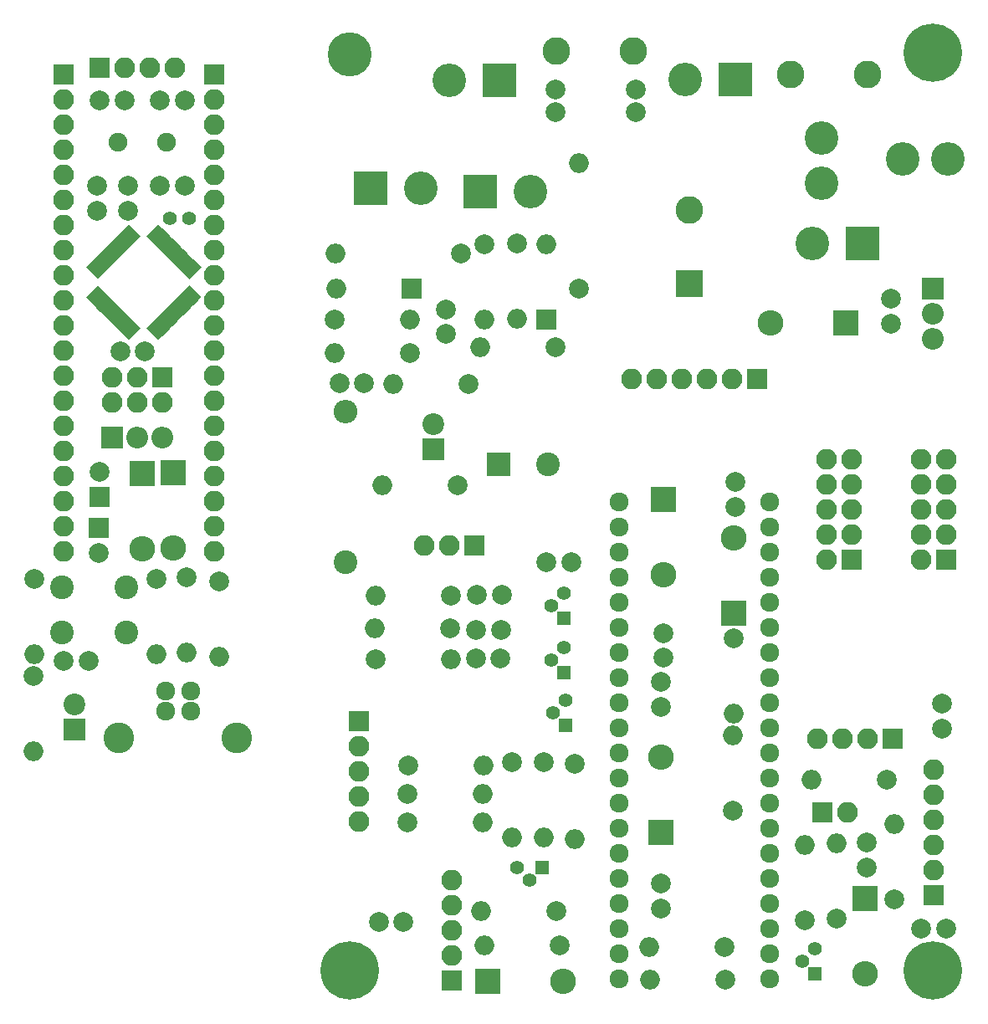
<source format=gbr>
G04 #@! TF.FileFunction,Soldermask,Top*
%FSLAX46Y46*%
G04 Gerber Fmt 4.6, Leading zero omitted, Abs format (unit mm)*
G04 Created by KiCad (PCBNEW 4.0.7) date 09/22/18 14:56:15*
%MOMM*%
%LPD*%
G01*
G04 APERTURE LIST*
%ADD10C,0.100000*%
%ADD11C,2.000000*%
%ADD12O,2.000000X2.000000*%
%ADD13C,1.924000*%
%ADD14R,2.800000X2.800000*%
%ADD15C,2.800000*%
%ADD16C,1.400000*%
%ADD17R,1.400000X1.400000*%
%ADD18R,3.400000X3.400000*%
%ADD19C,3.400000*%
%ADD20C,4.464000*%
%ADD21C,5.900000*%
%ADD22R,2.100000X2.100000*%
%ADD23O,2.100000X2.100000*%
%ADD24R,2.200000X2.200000*%
%ADD25C,2.200000*%
%ADD26R,2.600000X2.600000*%
%ADD27O,2.600000X2.600000*%
%ADD28C,1.900000*%
%ADD29R,2.000000X2.000000*%
%ADD30C,1.920000*%
%ADD31C,3.100000*%
%ADD32C,2.400000*%
%ADD33O,2.200000X2.200000*%
%ADD34O,2.400000X2.400000*%
%ADD35R,2.400000X2.400000*%
G04 APERTURE END LIST*
D10*
D11*
X102870000Y-90347800D03*
X105370000Y-90347800D03*
X100203000Y-90195400D03*
D12*
X92583000Y-90195400D03*
D13*
X117348000Y-77470000D03*
X117348000Y-80010000D03*
X117348000Y-82550000D03*
X117348000Y-85090000D03*
X117348000Y-87630000D03*
X117348000Y-90170000D03*
X117348000Y-92710000D03*
X117348000Y-95250000D03*
X117348000Y-97790000D03*
X117348000Y-100330000D03*
X117348000Y-102870000D03*
X117348000Y-105410000D03*
X117348000Y-107950000D03*
X117348000Y-110490000D03*
X117348000Y-113030000D03*
X117348000Y-115570000D03*
X117348000Y-118110000D03*
X117348000Y-120650000D03*
X117348000Y-123190000D03*
X117348000Y-125730000D03*
X132588000Y-77470000D03*
X132588000Y-80010000D03*
X132588000Y-82550000D03*
X132588000Y-85090000D03*
X132588000Y-87630000D03*
X132588000Y-90170000D03*
X132588000Y-92710000D03*
X132588000Y-95250000D03*
X132588000Y-97790000D03*
X132588000Y-100330000D03*
X132588000Y-102870000D03*
X132588000Y-105410000D03*
X132588000Y-107950000D03*
X132588000Y-110490000D03*
X132588000Y-113030000D03*
X132588000Y-115570000D03*
X132588000Y-118110000D03*
X132588000Y-120650000D03*
X132588000Y-123190000D03*
X132588000Y-125730000D03*
D14*
X124460000Y-55372000D03*
D15*
X124460000Y-47872000D03*
D11*
X96164400Y-62357000D03*
D12*
X88544400Y-62357000D03*
D10*
G36*
X67252779Y-49789811D02*
X67712398Y-49330192D01*
X68914479Y-50532273D01*
X68454860Y-50991892D01*
X67252779Y-49789811D01*
X67252779Y-49789811D01*
G37*
G36*
X66899226Y-50143364D02*
X67358845Y-49683745D01*
X68560926Y-50885826D01*
X68101307Y-51345445D01*
X66899226Y-50143364D01*
X66899226Y-50143364D01*
G37*
G36*
X66545672Y-50496918D02*
X67005291Y-50037299D01*
X68207372Y-51239380D01*
X67747753Y-51698999D01*
X66545672Y-50496918D01*
X66545672Y-50496918D01*
G37*
G36*
X66192119Y-50850471D02*
X66651738Y-50390852D01*
X67853819Y-51592933D01*
X67394200Y-52052552D01*
X66192119Y-50850471D01*
X66192119Y-50850471D01*
G37*
G36*
X65838566Y-51204024D02*
X66298185Y-50744405D01*
X67500266Y-51946486D01*
X67040647Y-52406105D01*
X65838566Y-51204024D01*
X65838566Y-51204024D01*
G37*
G36*
X65485012Y-51557578D02*
X65944631Y-51097959D01*
X67146712Y-52300040D01*
X66687093Y-52759659D01*
X65485012Y-51557578D01*
X65485012Y-51557578D01*
G37*
G36*
X65131459Y-51911131D02*
X65591078Y-51451512D01*
X66793159Y-52653593D01*
X66333540Y-53113212D01*
X65131459Y-51911131D01*
X65131459Y-51911131D01*
G37*
G36*
X64777905Y-52264685D02*
X65237524Y-51805066D01*
X66439605Y-53007147D01*
X65979986Y-53466766D01*
X64777905Y-52264685D01*
X64777905Y-52264685D01*
G37*
G36*
X64424352Y-52618238D02*
X64883971Y-52158619D01*
X66086052Y-53360700D01*
X65626433Y-53820319D01*
X64424352Y-52618238D01*
X64424352Y-52618238D01*
G37*
G36*
X64070799Y-52971791D02*
X64530418Y-52512172D01*
X65732499Y-53714253D01*
X65272880Y-54173872D01*
X64070799Y-52971791D01*
X64070799Y-52971791D01*
G37*
G36*
X63717245Y-53325345D02*
X64176864Y-52865726D01*
X65378945Y-54067807D01*
X64919326Y-54527426D01*
X63717245Y-53325345D01*
X63717245Y-53325345D01*
G37*
G36*
X63363692Y-53678898D02*
X63823311Y-53219279D01*
X65025392Y-54421360D01*
X64565773Y-54880979D01*
X63363692Y-53678898D01*
X63363692Y-53678898D01*
G37*
G36*
X63823311Y-57143721D02*
X63363692Y-56684102D01*
X64565773Y-55482021D01*
X65025392Y-55941640D01*
X63823311Y-57143721D01*
X63823311Y-57143721D01*
G37*
G36*
X64176864Y-57497274D02*
X63717245Y-57037655D01*
X64919326Y-55835574D01*
X65378945Y-56295193D01*
X64176864Y-57497274D01*
X64176864Y-57497274D01*
G37*
G36*
X64530418Y-57850828D02*
X64070799Y-57391209D01*
X65272880Y-56189128D01*
X65732499Y-56648747D01*
X64530418Y-57850828D01*
X64530418Y-57850828D01*
G37*
G36*
X64883971Y-58204381D02*
X64424352Y-57744762D01*
X65626433Y-56542681D01*
X66086052Y-57002300D01*
X64883971Y-58204381D01*
X64883971Y-58204381D01*
G37*
G36*
X65237524Y-58557934D02*
X64777905Y-58098315D01*
X65979986Y-56896234D01*
X66439605Y-57355853D01*
X65237524Y-58557934D01*
X65237524Y-58557934D01*
G37*
G36*
X65591078Y-58911488D02*
X65131459Y-58451869D01*
X66333540Y-57249788D01*
X66793159Y-57709407D01*
X65591078Y-58911488D01*
X65591078Y-58911488D01*
G37*
G36*
X65944631Y-59265041D02*
X65485012Y-58805422D01*
X66687093Y-57603341D01*
X67146712Y-58062960D01*
X65944631Y-59265041D01*
X65944631Y-59265041D01*
G37*
G36*
X66298185Y-59618595D02*
X65838566Y-59158976D01*
X67040647Y-57956895D01*
X67500266Y-58416514D01*
X66298185Y-59618595D01*
X66298185Y-59618595D01*
G37*
G36*
X66651738Y-59972148D02*
X66192119Y-59512529D01*
X67394200Y-58310448D01*
X67853819Y-58770067D01*
X66651738Y-59972148D01*
X66651738Y-59972148D01*
G37*
G36*
X67005291Y-60325701D02*
X66545672Y-59866082D01*
X67747753Y-58664001D01*
X68207372Y-59123620D01*
X67005291Y-60325701D01*
X67005291Y-60325701D01*
G37*
G36*
X67358845Y-60679255D02*
X66899226Y-60219636D01*
X68101307Y-59017555D01*
X68560926Y-59477174D01*
X67358845Y-60679255D01*
X67358845Y-60679255D01*
G37*
G36*
X67712398Y-61032808D02*
X67252779Y-60573189D01*
X68454860Y-59371108D01*
X68914479Y-59830727D01*
X67712398Y-61032808D01*
X67712398Y-61032808D01*
G37*
G36*
X69515521Y-59830727D02*
X69975140Y-59371108D01*
X71177221Y-60573189D01*
X70717602Y-61032808D01*
X69515521Y-59830727D01*
X69515521Y-59830727D01*
G37*
G36*
X69869074Y-59477174D02*
X70328693Y-59017555D01*
X71530774Y-60219636D01*
X71071155Y-60679255D01*
X69869074Y-59477174D01*
X69869074Y-59477174D01*
G37*
G36*
X70222628Y-59123620D02*
X70682247Y-58664001D01*
X71884328Y-59866082D01*
X71424709Y-60325701D01*
X70222628Y-59123620D01*
X70222628Y-59123620D01*
G37*
G36*
X70576181Y-58770067D02*
X71035800Y-58310448D01*
X72237881Y-59512529D01*
X71778262Y-59972148D01*
X70576181Y-58770067D01*
X70576181Y-58770067D01*
G37*
G36*
X70929734Y-58416514D02*
X71389353Y-57956895D01*
X72591434Y-59158976D01*
X72131815Y-59618595D01*
X70929734Y-58416514D01*
X70929734Y-58416514D01*
G37*
G36*
X71283288Y-58062960D02*
X71742907Y-57603341D01*
X72944988Y-58805422D01*
X72485369Y-59265041D01*
X71283288Y-58062960D01*
X71283288Y-58062960D01*
G37*
G36*
X71636841Y-57709407D02*
X72096460Y-57249788D01*
X73298541Y-58451869D01*
X72838922Y-58911488D01*
X71636841Y-57709407D01*
X71636841Y-57709407D01*
G37*
G36*
X71990395Y-57355853D02*
X72450014Y-56896234D01*
X73652095Y-58098315D01*
X73192476Y-58557934D01*
X71990395Y-57355853D01*
X71990395Y-57355853D01*
G37*
G36*
X72343948Y-57002300D02*
X72803567Y-56542681D01*
X74005648Y-57744762D01*
X73546029Y-58204381D01*
X72343948Y-57002300D01*
X72343948Y-57002300D01*
G37*
G36*
X72697501Y-56648747D02*
X73157120Y-56189128D01*
X74359201Y-57391209D01*
X73899582Y-57850828D01*
X72697501Y-56648747D01*
X72697501Y-56648747D01*
G37*
G36*
X73051055Y-56295193D02*
X73510674Y-55835574D01*
X74712755Y-57037655D01*
X74253136Y-57497274D01*
X73051055Y-56295193D01*
X73051055Y-56295193D01*
G37*
G36*
X73404608Y-55941640D02*
X73864227Y-55482021D01*
X75066308Y-56684102D01*
X74606689Y-57143721D01*
X73404608Y-55941640D01*
X73404608Y-55941640D01*
G37*
G36*
X73864227Y-54880979D02*
X73404608Y-54421360D01*
X74606689Y-53219279D01*
X75066308Y-53678898D01*
X73864227Y-54880979D01*
X73864227Y-54880979D01*
G37*
G36*
X73510674Y-54527426D02*
X73051055Y-54067807D01*
X74253136Y-52865726D01*
X74712755Y-53325345D01*
X73510674Y-54527426D01*
X73510674Y-54527426D01*
G37*
G36*
X73157120Y-54173872D02*
X72697501Y-53714253D01*
X73899582Y-52512172D01*
X74359201Y-52971791D01*
X73157120Y-54173872D01*
X73157120Y-54173872D01*
G37*
G36*
X72803567Y-53820319D02*
X72343948Y-53360700D01*
X73546029Y-52158619D01*
X74005648Y-52618238D01*
X72803567Y-53820319D01*
X72803567Y-53820319D01*
G37*
G36*
X72450014Y-53466766D02*
X71990395Y-53007147D01*
X73192476Y-51805066D01*
X73652095Y-52264685D01*
X72450014Y-53466766D01*
X72450014Y-53466766D01*
G37*
G36*
X72096460Y-53113212D02*
X71636841Y-52653593D01*
X72838922Y-51451512D01*
X73298541Y-51911131D01*
X72096460Y-53113212D01*
X72096460Y-53113212D01*
G37*
G36*
X71742907Y-52759659D02*
X71283288Y-52300040D01*
X72485369Y-51097959D01*
X72944988Y-51557578D01*
X71742907Y-52759659D01*
X71742907Y-52759659D01*
G37*
G36*
X71389353Y-52406105D02*
X70929734Y-51946486D01*
X72131815Y-50744405D01*
X72591434Y-51204024D01*
X71389353Y-52406105D01*
X71389353Y-52406105D01*
G37*
G36*
X71035800Y-52052552D02*
X70576181Y-51592933D01*
X71778262Y-50390852D01*
X72237881Y-50850471D01*
X71035800Y-52052552D01*
X71035800Y-52052552D01*
G37*
G36*
X70682247Y-51698999D02*
X70222628Y-51239380D01*
X71424709Y-50037299D01*
X71884328Y-50496918D01*
X70682247Y-51698999D01*
X70682247Y-51698999D01*
G37*
G36*
X70328693Y-51345445D02*
X69869074Y-50885826D01*
X71071155Y-49683745D01*
X71530774Y-50143364D01*
X70328693Y-51345445D01*
X70328693Y-51345445D01*
G37*
G36*
X69975140Y-50991892D02*
X69515521Y-50532273D01*
X70717602Y-49330192D01*
X71177221Y-49789811D01*
X69975140Y-50991892D01*
X69975140Y-50991892D01*
G37*
D16*
X108280200Y-115658900D03*
X107010200Y-114388900D03*
D17*
X109550200Y-114388900D03*
D18*
X129082800Y-34671000D03*
D19*
X124002800Y-34671000D03*
D15*
X118775480Y-31826200D03*
X111025480Y-31826200D03*
D20*
X90043000Y-32131000D03*
D21*
X149098000Y-32004000D03*
X90043000Y-124841000D03*
X149098000Y-124841000D03*
D22*
X131318000Y-65024000D03*
D23*
X128778000Y-65024000D03*
X126238000Y-65024000D03*
X123698000Y-65024000D03*
X121158000Y-65024000D03*
X118618000Y-65024000D03*
D22*
X149199600Y-117233700D03*
D23*
X149199600Y-114693700D03*
X149199600Y-112153700D03*
X149199600Y-109613700D03*
X149199600Y-107073700D03*
X149199600Y-104533700D03*
D22*
X137922000Y-108839000D03*
D23*
X140462000Y-108839000D03*
D22*
X100393500Y-125857000D03*
D23*
X100393500Y-123317000D03*
X100393500Y-120777000D03*
X100393500Y-118237000D03*
X100393500Y-115697000D03*
D18*
X105257600Y-34798000D03*
D19*
X100177600Y-34798000D03*
X146014440Y-42692320D03*
X150584440Y-42692320D03*
X137855960Y-40624760D03*
X137855960Y-45194760D03*
D24*
X98572320Y-72085200D03*
D25*
X98572320Y-69545200D03*
D15*
X142443200Y-34188400D03*
X134693200Y-34188400D03*
D26*
X128894840Y-88661240D03*
D27*
X128894840Y-81041240D03*
D26*
X104013000Y-125984000D03*
D27*
X111633000Y-125984000D03*
D11*
X128930400Y-91252040D03*
D12*
X128930400Y-98872040D03*
D11*
X128854200Y-108701840D03*
D12*
X128854200Y-101081840D03*
D11*
X101031040Y-75773280D03*
D12*
X93411040Y-75773280D03*
D11*
X111315500Y-122301000D03*
D12*
X103695500Y-122301000D03*
D11*
X110998000Y-118808500D03*
D12*
X103378000Y-118808500D03*
D11*
X127965200Y-122488960D03*
D12*
X120345200Y-122488960D03*
D11*
X128076960Y-125785880D03*
D12*
X120456960Y-125785880D03*
D18*
X141986000Y-51308000D03*
D19*
X136906000Y-51308000D03*
D22*
X61110000Y-34158000D03*
D23*
X61110000Y-36698000D03*
X61110000Y-39238000D03*
X61110000Y-41778000D03*
X61110000Y-44318000D03*
X61110000Y-46858000D03*
X61110000Y-49398000D03*
X61110000Y-51938000D03*
X61110000Y-54478000D03*
X61110000Y-57018000D03*
X61110000Y-59558000D03*
X61110000Y-62098000D03*
X61110000Y-64638000D03*
X61110000Y-67178000D03*
X61110000Y-69718000D03*
X61110000Y-72258000D03*
X61110000Y-74798000D03*
X61110000Y-77338000D03*
X61110000Y-79878000D03*
X61110000Y-82418000D03*
D22*
X76350000Y-34158000D03*
D23*
X76350000Y-36698000D03*
X76350000Y-39238000D03*
X76350000Y-41778000D03*
X76350000Y-44318000D03*
X76350000Y-46858000D03*
X76350000Y-49398000D03*
X76350000Y-51938000D03*
X76350000Y-54478000D03*
X76350000Y-57018000D03*
X76350000Y-59558000D03*
X76350000Y-62098000D03*
X76350000Y-64638000D03*
X76350000Y-67178000D03*
X76350000Y-69718000D03*
X76350000Y-72258000D03*
X76350000Y-74798000D03*
X76350000Y-77338000D03*
X76350000Y-79878000D03*
X76350000Y-82418000D03*
D26*
X142240000Y-117602000D03*
D27*
X142240000Y-125222000D03*
D16*
X135890000Y-123952000D03*
X137160000Y-122682000D03*
D17*
X137160000Y-125222000D03*
D11*
X144462500Y-105537000D03*
D12*
X136842500Y-105537000D03*
D11*
X139319000Y-119634000D03*
D12*
X139319000Y-112014000D03*
D16*
X110490000Y-93446600D03*
X111760000Y-92176600D03*
D17*
X111760000Y-94716600D03*
D16*
X110439200Y-87960200D03*
X111709200Y-86690200D03*
D17*
X111709200Y-89230200D03*
D11*
X106489500Y-103784400D03*
D12*
X106489500Y-111404400D03*
D11*
X109689900Y-103784400D03*
D12*
X109689900Y-111404400D03*
D11*
X100330000Y-86918800D03*
D12*
X92710000Y-86918800D03*
D22*
X102651560Y-81864200D03*
D23*
X100111560Y-81864200D03*
X97571560Y-81864200D03*
D11*
X67627500Y-45466000D03*
X67627500Y-47966000D03*
X64516000Y-45466000D03*
X64516000Y-47966000D03*
X70866000Y-36830000D03*
X73366000Y-36830000D03*
X64770000Y-36830000D03*
X67270000Y-36830000D03*
D22*
X64770000Y-33528000D03*
D23*
X67310000Y-33528000D03*
X69850000Y-33528000D03*
X72390000Y-33528000D03*
D28*
X71501000Y-41021000D03*
X66621000Y-41021000D03*
D16*
X71882000Y-48768000D03*
X73782000Y-48768000D03*
D11*
X70866000Y-45466000D03*
X73366000Y-45466000D03*
D29*
X64709040Y-80076040D03*
D11*
X64709040Y-82576040D03*
X66865500Y-62166500D03*
X69365500Y-62166500D03*
D29*
X64731900Y-76885800D03*
D11*
X64731900Y-74385800D03*
X61153040Y-93497400D03*
X63653040Y-93497400D03*
D24*
X62219840Y-100472240D03*
D25*
X62219840Y-97932240D03*
D26*
X69049900Y-74587100D03*
D27*
X69049900Y-82207100D03*
D26*
X72199500Y-74447400D03*
D27*
X72199500Y-82067400D03*
D30*
X71414640Y-96586040D03*
X73954640Y-96586040D03*
X73954640Y-98586040D03*
X71414640Y-98586040D03*
D31*
X66684640Y-101286040D03*
X78684640Y-101286040D03*
D22*
X71120000Y-64833500D03*
D23*
X71120000Y-67373500D03*
X68580000Y-64833500D03*
X68580000Y-67373500D03*
X66040000Y-64833500D03*
X66040000Y-67373500D03*
D32*
X60960000Y-90606000D03*
X60960000Y-86106000D03*
X67460000Y-90606000D03*
X67460000Y-86106000D03*
D11*
X70485000Y-85217000D03*
D12*
X70485000Y-92837000D03*
D11*
X73533000Y-85090000D03*
D12*
X73533000Y-92710000D03*
D11*
X76835000Y-85471000D03*
D12*
X76835000Y-93091000D03*
D11*
X58140600Y-85232240D03*
D12*
X58140600Y-92852240D03*
D11*
X58064400Y-95062040D03*
D12*
X58064400Y-102682040D03*
D24*
X66027300Y-70942200D03*
D33*
X68567300Y-70942200D03*
X71107300Y-70942200D03*
D29*
X96342200Y-55880000D03*
D12*
X88722200Y-55880000D03*
D29*
X109969300Y-58953400D03*
D12*
X109969300Y-51333400D03*
D26*
X121793000Y-77216000D03*
D27*
X121793000Y-84836000D03*
D26*
X121589800Y-110871000D03*
D27*
X121589800Y-103251000D03*
D18*
X92202000Y-45720000D03*
D19*
X97282000Y-45720000D03*
D18*
X103322120Y-45989240D03*
D19*
X108402120Y-45989240D03*
D32*
X89649300Y-83553300D03*
D34*
X89649300Y-68313300D03*
D11*
X88519000Y-59004200D03*
D12*
X96139000Y-59004200D03*
D11*
X107035600Y-51295300D03*
D12*
X107035600Y-58915300D03*
D11*
X103746300Y-51384200D03*
D12*
X103746300Y-59004200D03*
D11*
X101346000Y-52324000D03*
D12*
X88646000Y-52324000D03*
D11*
X113284000Y-55880000D03*
D12*
X113284000Y-43180000D03*
D35*
X105168700Y-73647300D03*
D32*
X110168700Y-73647300D03*
D11*
X102108000Y-65493900D03*
D12*
X94488000Y-65493900D03*
D11*
X110871000Y-61747400D03*
D12*
X103251000Y-61747400D03*
D24*
X149098000Y-55880000D03*
D33*
X149098000Y-58420000D03*
X149098000Y-60960000D03*
D26*
X140258800Y-59283600D03*
D27*
X132638800Y-59283600D03*
D22*
X140843000Y-83312000D03*
D23*
X138303000Y-83312000D03*
X140843000Y-80772000D03*
X138303000Y-80772000D03*
X140843000Y-78232000D03*
X138303000Y-78232000D03*
X140843000Y-75692000D03*
X138303000Y-75692000D03*
X140843000Y-73152000D03*
X138303000Y-73152000D03*
D22*
X145034000Y-101409500D03*
D23*
X142494000Y-101409500D03*
X139954000Y-101409500D03*
X137414000Y-101409500D03*
D22*
X150431500Y-83248500D03*
D23*
X147891500Y-83248500D03*
X150431500Y-80708500D03*
X147891500Y-80708500D03*
X150431500Y-78168500D03*
X147891500Y-78168500D03*
X150431500Y-75628500D03*
X147891500Y-75628500D03*
X150431500Y-73088500D03*
X147891500Y-73088500D03*
D11*
X95923100Y-106946700D03*
D12*
X103543100Y-106946700D03*
D11*
X145224500Y-117665500D03*
D12*
X145224500Y-110045500D03*
D11*
X136144000Y-119761000D03*
D12*
X136144000Y-112141000D03*
D11*
X129082800Y-75438000D03*
X129082800Y-77938000D03*
X144843500Y-59372500D03*
X144843500Y-56872500D03*
X109971840Y-83540600D03*
X112471840Y-83540600D03*
X91516200Y-65379600D03*
X89016200Y-65379600D03*
X99834700Y-60452000D03*
X99834700Y-57952000D03*
X121539000Y-95631000D03*
X121539000Y-98131000D03*
X121589800Y-116065300D03*
X121589800Y-118565300D03*
X121793000Y-93218000D03*
X121793000Y-90718000D03*
X102946200Y-86868000D03*
X105446200Y-86868000D03*
X93027500Y-119951500D03*
X95527500Y-119951500D03*
X150428960Y-120589040D03*
X147928960Y-120589040D03*
X150050500Y-97853500D03*
X150050500Y-100353500D03*
X142367000Y-111887000D03*
X142367000Y-114387000D03*
X118999000Y-35687000D03*
X110871000Y-35687000D03*
X118999000Y-37973000D03*
X110871000Y-37973000D03*
X96012000Y-104101900D03*
D12*
X103632000Y-104101900D03*
D11*
X102844600Y-93268800D03*
X105344600Y-93268800D03*
D22*
X91028520Y-99634040D03*
D23*
X91028520Y-102174040D03*
X91028520Y-104714040D03*
X91028520Y-107254040D03*
X91028520Y-109794040D03*
D11*
X95945960Y-109832140D03*
D12*
X103565960Y-109832140D03*
D16*
X110667800Y-98806000D03*
X111937800Y-97536000D03*
D17*
X111937800Y-100076000D03*
D11*
X112852200Y-103936800D03*
D12*
X112852200Y-111556800D03*
D11*
X92659200Y-93345000D03*
D12*
X100279200Y-93345000D03*
M02*

</source>
